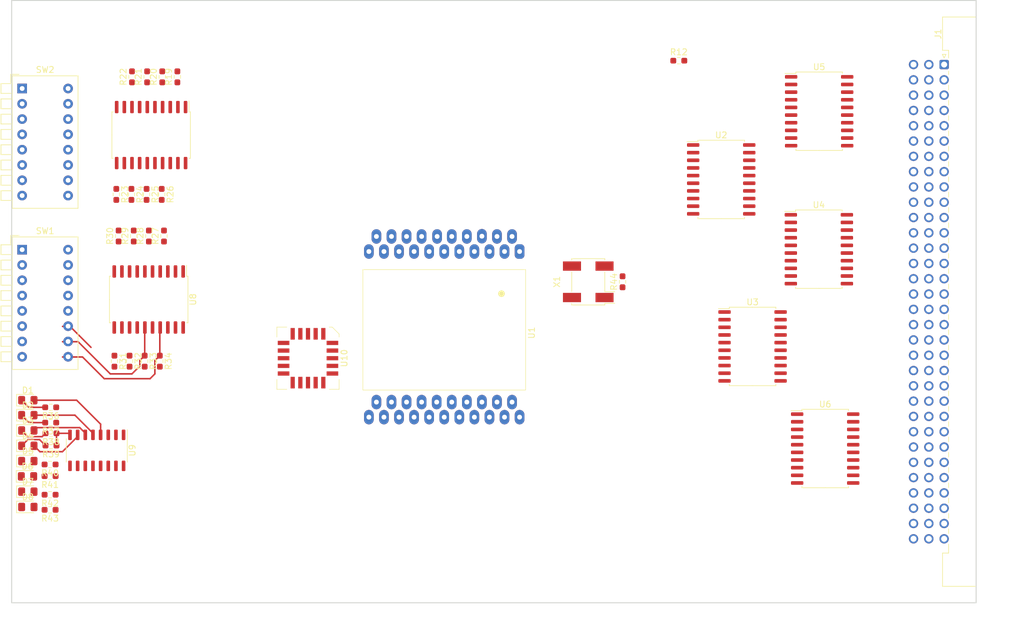
<source format=kicad_pcb>
(kicad_pcb (version 20221018) (generator pcbnew)
  (layers (0 "F.Cu" signal) (31 "B.Cu" signal) (34 "B.Paste" user) (35 "F.Paste" user) (36 "B.SilkS" user "B.Silkscreen") (37 "F.SilkS" user "F.Silkscreen") (38 "B.Mask" user) (39 "F.Mask" user) (44 "Edge.Cuts" user))
  (net 0 "")
  (net 1 "CLC")
  (net 2 "~{DMR}")
  (net 3 "~{RPLY}")
  (net 5 "Net-(U1-~{PA0})")
  (net 6 "Net-(U1-~{PA1})")
  (net 7 "Net-(U1-~{DMGI})")
  (net 8 "~{SEL1}")
  (net 9 "~{SEL2}")
  (net 10 "~{ACLO}")
  (net 13 "~{DMGO}")
  (net 14 "~{DCLO}")
  (net 19 "~{IAKO}")
  (net 20 "~{RDY}")
  (net 21 "Net-(J1-~{DS0})")
  (net 23 "~{VIRQ}")
  (net 33 "~{DOUT}")
  (net 34 "~{DS1}")
  (net 36 "~{IRQ1}")
  (net 37 "~{SACK}")
  (net 40 "~{IRQ2}")
  (net 49 "~{IRQ3}")
  (net 50 "~{WTBT}")
  (net 51 "~{ALE}")
  (net 68 "VCC")
  (net 69 "GND")
  (net 70 "DB5")
  (net 71 "DB6")
  (net 72 "DB3")
  (net 73 "DB4")
  (net 74 "A2")
  (net 75 "A4")
  (net 76 "A5")
  (net 77 "A6")
  (net 78 "A14")
  (net 79 "A13")
  (net 80 "A9")
  (net 81 "DB0")
  (net 82 "DB1")
  (net 83 "DB2")
  (net 84 "DB7")
  (net 85 "A0")
  (net 86 "A3")
  (net 87 "A1")
  (net 88 "A8")
  (net 89 "A7")
  (net 90 "A11")
  (net 91 "A10")
  (net 92 "A12")
  (net 93 "A15")
  (net 94 "AD0")
  (net 95 "AD1")
  (net 96 "AD2")
  (net 97 "AD3")
  (net 98 "AD4")
  (net 99 "AD5")
  (net 100 "AD6")
  (net 101 "AD7")
  (net 102 "AD8")
  (net 103 "AD9")
  (net 104 "AD10")
  (net 105 "AD11")
  (net 106 "AD12")
  (net 107 "AD13")
  (net 108 "AD14")
  (net 109 "AD15")
  (net 110 "DB8")
  (net 111 "DB9")
  (net 112 "DB10")
  (net 113 "DB11")
  (net 114 "DB12")
  (net 115 "DB13")
  (net 116 "DB14")
  (net 117 "DB15")
  (net 118 "DT{slash}~{R}")
  (net 119 "~{HALT}")
  (net 120 "Net-(U6-D4)")
  (net 121 "Net-(U6-D6)")
  (net 122 "~{BEN}")
  (net 123 "Net-(U6-D2)")
  (net 124 "Net-(U6-D3)")
  (net 125 "DR0")
  (net 126 "DR1")
  (net 127 "DR2")
  (net 128 "DR3")
  (net 129 "DR4")
  (net 130 "DR5")
  (net 131 "DR6")
  (net 132 "DR7")
  (net 133 "DR8")
  (net 134 "DR9")
  (net 135 "DR10")
  (net 136 "DR11")
  (net 137 "DR12")
  (net 138 "DR13")
  (net 139 "DR14")
  (net 140 "DR15")
  (net 141 "~{SP}")
  (net 144 "Net-(D1-K)")
  (net 145 "Net-(D1-A)")
  (net 146 "Net-(D2-K)")
  (net 147 "Net-(D2-A)")
  (net 148 "Net-(D3-K)")
  (net 149 "Net-(D3-A)")
  (net 150 "Net-(D4-K)")
  (net 151 "Net-(D4-A)")
  (net 152 "Net-(D5-K)")
  (net 153 "Net-(D5-A)")
  (net 154 "Net-(D6-K)")
  (net 155 "Net-(D6-A)")
  (net 156 "Net-(D7-K)")
  (net 157 "Net-(D7-A)")
  (net 158 "Net-(D8-K)")
  (net 159 "Net-(D8-A)")
  (net 160 "~{REG}")
  (net 161 "~{LED}")
  (net 162 "Net-(X1-OE)")
  (net 163 "FAIL.LED")
  (net 164 "NMI.LED")
  (net 165 "~{INIT}")
  (net 166 "Net-(U10-IO4)")
  (net 167 "Net-(U10-I9)")
  (net 168 "Net-(U10-IO7)")
  (net 169 "Net-(U10-IO8)")
  (net 170 "~{DEN}")
  (net 171 "NMI.BTN")
  (footprint "Resistor_SMD:R_0603_1608Metric_Pad0.98x0.95mm_HandSolder" (layer "F.Cu") (at 84.4 88.5125 90)
    (fp_text reference "R28")
    (fp_text value "R")
  )
  (footprint "LED_SMD:LED_0805_2012Metric_Pad1.15x1.40mm_HandSolder" (layer "F.Cu") (at 64.2678 128.4172)
    (fp_text reference "D6")
    (fp_text value "LED")
  )
  (footprint "GOST_17467-89:2204.42" (layer "F.Cu") (at 145.9 91.0852 -90)
    (fp_text reference "U1")
    (fp_text value "К1801ВМ1")
  )
  (footprint "LED_SMD:LED_0805_2012Metric_Pad1.15x1.40mm_HandSolder" (layer "F.Cu") (at 64.3218 133.4972)
    (fp_text reference "D8")
    (fp_text value "LED")
  )
  (footprint "Resistor_SMD:R_0603_1608Metric_Pad0.98x0.95mm_HandSolder" (layer "F.Cu") (at 68.0138 133.9702 180)
    (fp_text reference "R43")
    (fp_text value "RLED")
  )
  (footprint "Button_Switch_THT:SW_DIP_SPSTx08_Piano_10.8x21.88mm_W7.62mm_P2.54mm" (layer "F.Cu") (at 63.38 64.02)
    (fp_text reference "SW2")
    (fp_text value "Opts")
  )
  (footprint "Resistor_SMD:R_0603_1608Metric_Pad0.98x0.95mm_HandSolder" (layer "F.Cu") (at 81.6 62.0875 90)
    (fp_text reference "R22")
    (fp_text value "R")
  )
  (footprint "LED_SMD:LED_0805_2012Metric_Pad1.15x1.40mm_HandSolder" (layer "F.Cu") (at 64.3218 125.8772)
    (fp_text reference "D5")
    (fp_text value "LED")
  )
  (footprint "Resistor_SMD:R_0603_1608Metric_Pad0.98x0.95mm_HandSolder" (layer "F.Cu") (at 68.1643 121.2702 180)
    (fp_text reference "R38")
    (fp_text value "RLED")
  )
  (footprint "LED_SMD:LED_0805_2012Metric_Pad1.15x1.40mm_HandSolder" (layer "F.Cu") (at 64.3218 120.7972)
    (fp_text reference "D3")
    (fp_text value "LED")
  )
  (footprint "Resistor_SMD:R_0603_1608Metric_Pad0.98x0.95mm_HandSolder" (layer "F.Cu") (at 81.51 81.6 -90)
    (fp_text reference "R24")
    (fp_text value "R")
  )
  (footprint "Resistor_SMD:R_0603_1608Metric_Pad0.98x0.95mm_HandSolder" (layer "F.Cu") (at 68.0138 128.3822 180)
    (fp_text reference "R41")
    (fp_text value "RLED")
  )
  (footprint "Package_SO:SOIC-20W_7.5x12.8mm_P1.27mm" (layer "F.Cu") (at 196.6 123.8)
    (fp_text reference "U6")
    (fp_text value "74AHC273")
  )
  (footprint "Connector_DIN:DIN41612_C_3x32_Male_Horizontal_THT" (layer "F.Cu") (at 216.3318 60.0456 -90)
    (fp_text reference "J1")
    (fp_text value "ECB")
  )
  (footprint "Package_SO:SOIC-20W_7.5x12.8mm_P1.27mm" (layer "F.Cu") (at 179.35 79.115)
    (fp_text reference "U2")
    (fp_text value "74LS573")
  )
  (footprint "Package_LCC:PLCC-20" (layer "F.Cu") (at 110.8 108.8 -90)
    (fp_text reference "U10")
    (fp_text value "GAL16V8")
  )
  (footprint "Resistor_SMD:R_0603_1608Metric_Pad0.98x0.95mm_HandSolder" (layer "F.Cu") (at 86.22 109.2875 -90)
    (fp_text reference "R34")
    (fp_text value "R")
  )
  (footprint "LED_SMD:LED_0805_2012Metric_Pad1.15x1.40mm_HandSolder" (layer "F.Cu") (at 64.3218 130.9572)
    (fp_text reference "D7")
    (fp_text value "LED")
  )
  (footprint "Resistor_SMD:R_0603_1608Metric_Pad0.98x0.95mm_HandSolder" (layer "F.Cu") (at 84.11 62.0875 90)
    (fp_text reference "R21")
    (fp_text value "R")
  )
  (footprint "Package_SO:SOIC-20W_7.5x12.8mm_P1.27mm" (layer "F.Cu") (at 84.775 71.75 -90)
    (fp_text reference "U7" hide)
    (fp_text value "74LS240")
  )
  (footprint "Package_SO:SOIC-20W_7.5x12.8mm_P1.27mm" (layer "F.Cu") (at 184.55 106.845)
    (fp_text reference "U3")
    (fp_text value "74LS573")
  )
  (footprint "LED_SMD:LED_0805_2012Metric_Pad1.15x1.40mm_HandSolder" (layer "F.Cu") (at 64.3218 118.2572)
    (fp_text reference "D2")
    (fp_text value "LED")
  )
  (footprint "Package_SO:SOIC-20W_7.5x12.8mm_P1.27mm" (layer "F.Cu") (at 84.375 99.05 -90)
    (fp_text reference "U8")
    (fp_text value "74LS240")
  )
  (footprint "Resistor_SMD:R_0603_1608Metric_Pad0.98x0.95mm_HandSolder" (layer "F.Cu") (at 81.89 88.5125 90)
    (fp_text reference "R29")
    (fp_text value "R")
  )
  (footprint "LED_SMD:LED_0805_2012Metric_Pad1.15x1.40mm_HandSolder" (layer "F.Cu") (at 64.3218 123.3372)
    (fp_text reference "D4")
    (fp_text value "LED")
  )
  (footprint "LED_SMD:LED_0805_2012Metric_Pad1.15x1.40mm_HandSolder" (layer "F.Cu") (at 64.3218 115.7732)
    (fp_text reference "D1")
    (fp_text value "LED")
  )
  (footprint "Button_Switch_THT:SW_DIP_SPSTx08_Piano_10.8x21.88mm_W7.62mm_P2.54mm" (layer "F.Cu") (at 63.38 90.78)
    (fp_text reference "SW1")
    (fp_text value "Reset Vector")
  )
  (footprint "Resistor_SMD:R_0603_1608Metric_Pad0.98x0.95mm_HandSolder" (layer "F.Cu") (at 84.02 81.6 -90)
    (fp_text reference "R25")
    (fp_text value "R")
  )
  (footprint "Resistor_SMD:R_0603_1608Metric_Pad0.98x0.95mm_HandSolder" (layer "F.Cu") (at 68.0138 131.4602 180)
    (fp_text reference "R42")
    (fp_text value "RLED")
  )
  (footprint "Resistor_SMD:R_0603_1608Metric_Pad0.98x0.95mm_HandSolder" (layer "F.Cu") (at 68.0138 126.4402 180)
    (fp_text reference "R40")
    (fp_text value "RLED")
  )
  (footprint "Resistor_SMD:R_0603_1608Metric_Pad0.98x0.95mm_HandSolder" (layer "F.Cu") (at 78.69 109.2875 -90)
    (fp_text reference "R31")
    (fp_text value "R")
  )
  (footprint "Resistor_SMD:R_0603_1608Metric_Pad0.98x0.95mm_HandSolder" (layer "F.Cu") (at 68.1643 123.3022 180)
    (fp_text reference "R39")
    (fp_text value "RLED")
  )
  (footprint "Oscillator:Oscillator_SMD_Fordahl_DFAS2-4Pin_7.3x5.1mm_HandSoldering" (layer "F.Cu") (at 157.2928 96.1132 90)
    (fp_text reference "X1")
    (fp_text value "~")
  )
  (footprint "Package_SO:SOIC-20W_7.5x12.8mm_P1.27mm" (layer "F.Cu") (at 195.6 67.8)
    (fp_text reference "U5")
    (fp_text value "74LS245")
  )
  (footprint "Resistor_SMD:R_0603_1608Metric_Pad0.98x0.95mm_HandSolder" (layer "F.Cu") (at 79 81.6 -90)
    (fp_text reference "R23")
    (fp_text value "R")
  )
  (footprint "Resistor_SMD:R_0603_1608Metric_Pad0.98x0.95mm_HandSolder" (layer "F.Cu") (at 81.2 109.2875 -90)
    (fp_text reference "R32")
    (fp_text value "R")
  )
  (footprint "Resistor_SMD:R_0603_1608Metric_Pad0.98x0.95mm_HandSolder" (layer "F.Cu") (at 86.62 62.0875 90)
    (fp_text reference "R20")
    (fp_text value "R")
  )
  (footprint "Package_SO:SO-16_3.9x9.9mm_P1.27mm" (layer "F.Cu") (at 75.7608 124.0992 -90)
    (fp_text reference "U9")
    (fp_text value "74LS259")
  )
  (footprint "Resistor_SMD:R_0603_1608Metric_Pad0.98x0.95mm_HandSolder" (layer "F.Cu") (at 172.3125 59.4)
    (fp_text reference "R12")
    (fp_text value "R")
  )
  (footprint "Resistor_SMD:R_0603_1608Metric_Pad0.98x0.95mm_HandSolder" (layer "F.Cu") (at 83.71 109.2875 -90)
    (fp_text reference "R33")
    (fp_text value "R")
  )
  (footprint "Resistor_SMD:R_0603_1608Metric_Pad0.98x0.95mm_HandSolder" (layer "F.Cu") (at 86.91 88.5125 90)
    (fp_text reference "R27")
    (fp_text value "R")
  )
  (footprint "Package_SO:SOIC-20W_7.5x12.8mm_P1.27mm" (layer "F.Cu") (at 195.55 90.705)
    (fp_text reference "U4")
    (fp_text value "74LS245")
  )
  (footprint "Resistor_SMD:R_0603_1608Metric_Pad0.98x0.95mm_HandSolder" (layer "F.Cu") (at 68.1173 116.9522 180)
    (fp_text reference "R36")
    (fp_text value "RLED")
  )
  (footprint "Resistor_SMD:R_0603_1608Metric_Pad0.98x0.95mm_HandSolder" (layer "F.Cu") (at 68.1173 119.4922 180)
    (fp_text reference "R37")
    (fp_text value "RLED")
  )
  (footprint "Resistor_SMD:R_0603_1608Metric_Pad0.98x0.95mm_HandSolder" (layer "F.Cu") (at 89.13 62.0875 90)
    (fp_text reference "R19")
    (fp_text value "R")
  )
  (footprint "Resistor_SMD:R_0603_1608Metric_Pad0.98x0.95mm_HandSolder" (layer "F.Cu") (at 79.38 88.5125 90)
    (fp_text reference "R30")
    (fp_text value "R")
  )
  (footprint "Resistor_SMD:R_0603_1608Metric_Pad0.98x0.95mm_HandSolder" (layer "F.Cu") (at 86.53 81.6 -90)
    (fp_text reference "R26")
    (fp_text value "R")
  )
  (footprint "Resistor_SMD:R_0603_1608Metric_Pad0.98x0.95mm_HandSolder" (layer "F.Cu") (at 162.9824 96.1132 90)
    (fp_text reference "R44")
    (fp_text value "NPR")
  )
  (gr_rect (start 61.6404 49.4028) (end 221.6404 149.4028) (stroke (width 0.15)) (fill none) (layer "Edge.Cuts"))
  (segment (start 69.0768 121.2702) (end 71.0618 121.2702) (width 0.25) (layer "F.Cu") (net 69))
  (segment (start 71.0618 121.2702) (end 71.3158 121.5242) (width 0.25) (layer "F.Cu") (net 69))
  (segment (start 69.0768 123.3022) (end 69.0768 121.2702) (width 0.25) (layer "F.Cu") (net 69))
  (segment (start 70.08 103.52) (end 71.32 103.52) (width 0.25) (layer "F.Cu") (net 138))
  (segment (start 71.32 103.52) (end 74.8 107) (width 0.25) (layer "F.Cu") (net 138))
  (segment (start 70.08 106.06) (end 72.66 106.06) (width 0.25) (layer "F.Cu") (net 139))
  (segment (start 83.71 108.375) (end 83.71 103.73) (width 0.25) (layer "F.Cu") (net 139))
  (segment (start 78 111.4) (end 81.6 111.4) (width 0.25) (layer "F.Cu") (net 139))
  (segment (start 83.71 103.73) (end 83.74 103.7) (width 0.25) (layer "F.Cu") (net 139))
  (segment (start 82.91 110.09) (end 82.91 109.175) (width 0.25) (layer "F.Cu") (net 139))
  (segment (start 82.91 109.175) (end 83.71 108.375) (width 0.25) (layer "F.Cu") (net 139))
  (segment (start 81.6 111.4) (end 82.91 110.09) (width 0.25) (layer "F.Cu") (net 139))
  (segment (start 72.66 106.06) (end 78 111.4) (width 0.25) (layer "F.Cu") (net 139))
  (segment (start 85.4 109.195) (end 86.22 108.375) (width 0.25) (layer "F.Cu") (net 140))
  (segment (start 77 112.2) (end 84.6 112.2) (width 0.25) (layer "F.Cu") (net 140))
  (segment (start 73.4 108.6) (end 77 112.2) (width 0.25) (layer "F.Cu") (net 140))
  (segment (start 85.4 111.4) (end 85.4 109.195) (width 0.25) (layer "F.Cu") (net 140))
  (segment (start 70.08 108.6) (end 73.4 108.6) (width 0.25) (layer "F.Cu") (net 140))
  (segment (start 86.22 108.375) (end 86.22 103.76) (width 0.25) (layer "F.Cu") (net 140))
  (segment (start 84.6 112.2) (end 85.4 111.4) (width 0.25) (layer "F.Cu") (net 140))
  (segment (start 86.22 103.76) (end 86.28 103.7) (width 0.25) (layer "F.Cu") (net 140))
  (segment (start 64.4758 116.9522) (end 67.2048 116.9522) (width 0.25) (layer "F.Cu") (net 144))
  (segment (start 63.2968 115.7732) (end 64.4758 116.9522) (width 0.25) (layer "F.Cu") (net 144))
  (segment (start 72.4228 115.7732) (end 76.3958 119.7462) (width 0.25) (layer "F.Cu") (net 145))
  (segment (start 65.3468 115.7732) (end 72.4228 115.7732) (width 0.25) (layer "F.Cu") (net 145))
  (segment (start 76.3958 119.7462) (end 76.3958 121.5242) (width 0.25) (layer "F.Cu") (net 145))
  (segment (start 63.2968 118.2572) (end 64.5318 119.4922) (width 0.25) (layer "F.Cu") (net 146))
  (segment (start 64.5318 119.4922) (end 67.2048 119.4922) (width 0.25) (layer "F.Cu") (net 146))
  (segment (start 65.3468 118.2572) (end 72.135551 118.2572) (width 0.25) (layer "F.Cu") (net 147))
  (segment (start 75.1258 121.247449) (end 75.1258 121.5242) (width 0.25) (layer "F.Cu") (net 147))
  (segment (start 72.135551 118.2572) (end 75.1258 121.247449) (width 0.25) (layer "F.Cu") (net 147))
  (segment (start 66.6998 121.8222) (end 67.2518 121.2702) (width 0.25) (layer "F.Cu") (net 148))
  (segment (start 64.3218 121.8222) (end 66.6998 121.8222) (width 0.25) (layer "F.Cu") (net 148))
  (segment (start 63.2968 120.7972) (end 64.3218 121.8222) (width 0.25) (layer "F.Cu") (net 148))
  (segment (start 73.8558 121.247449) (end 73.8558 121.5242) (width 0.25) (layer "F.Cu") (net 149))
  (segment (start 72.932551 120.3242) (end 73.8558 121.247449) (width 0.25) (layer "F.Cu") (net 149))
  (segment (start 65.8198 120.3242) (end 72.932551 120.3242) (width 0.25) (layer "F.Cu") (net 149))
  (segment (start 65.3468 120.7972) (end 65.8198 120.3242) (width 0.25) (layer "F.Cu") (net 149))
  (segment (start 66.2618 122.3122) (end 67.2518 123.3022) (width 0.25) (layer "F.Cu") (net 150))
  (segment (start 64.3218 122.3122) (end 66.2618 122.3122) (width 0.25) (layer "F.Cu") (net 150))
  (segment (start 63.2968 123.3372) (end 64.3218 122.3122) (width 0.25) (layer "F.Cu") (net 150))
  (segment (start 66.3278 124.3182) (end 65.3468 123.3372) (width 0.25) (layer "F.Cu") (net 151))
  (segment (start 72.5858 121.5242) (end 72.5858 121.800951) (width 0.25) (layer "F.Cu") (net 151))
  (segment (start 70.068551 124.3182) (end 66.3278 124.3182) (width 0.25) (layer "F.Cu") (net 151))
  (segment (start 72.5858 121.800951) (end 70.068551 124.3182) (width 0.25) (layer "F.Cu") (net 151))
)
</source>
